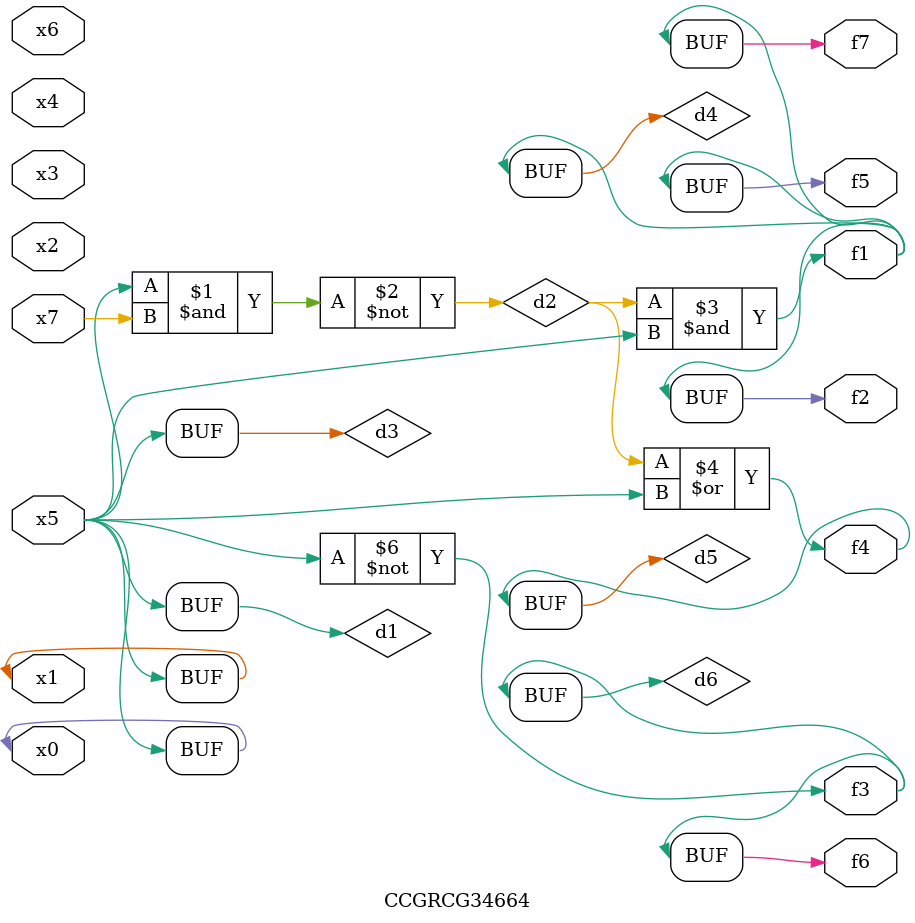
<source format=v>
module CCGRCG34664(
	input x0, x1, x2, x3, x4, x5, x6, x7,
	output f1, f2, f3, f4, f5, f6, f7
);

	wire d1, d2, d3, d4, d5, d6;

	buf (d1, x0, x5);
	nand (d2, x5, x7);
	buf (d3, x0, x1);
	and (d4, d2, d3);
	or (d5, d2, d3);
	nor (d6, d1, d3);
	assign f1 = d4;
	assign f2 = d4;
	assign f3 = d6;
	assign f4 = d5;
	assign f5 = d4;
	assign f6 = d6;
	assign f7 = d4;
endmodule

</source>
